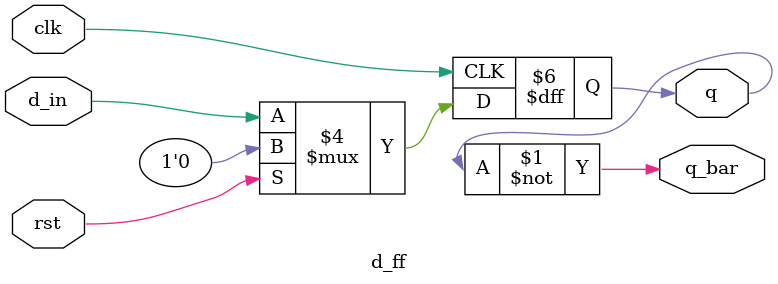
<source format=v>
`timescale 1ns / 1ps


module d_ff(
    input d_in,clk,rst,
    output reg q,
    output q_bar
    );
    assign q_bar=~q;
    always@(posedge clk)
      begin
        if(rst)
          begin
            q<=0;
          end
        else
         begin
          q<=d_in;
         end
      end
endmodule

</source>
